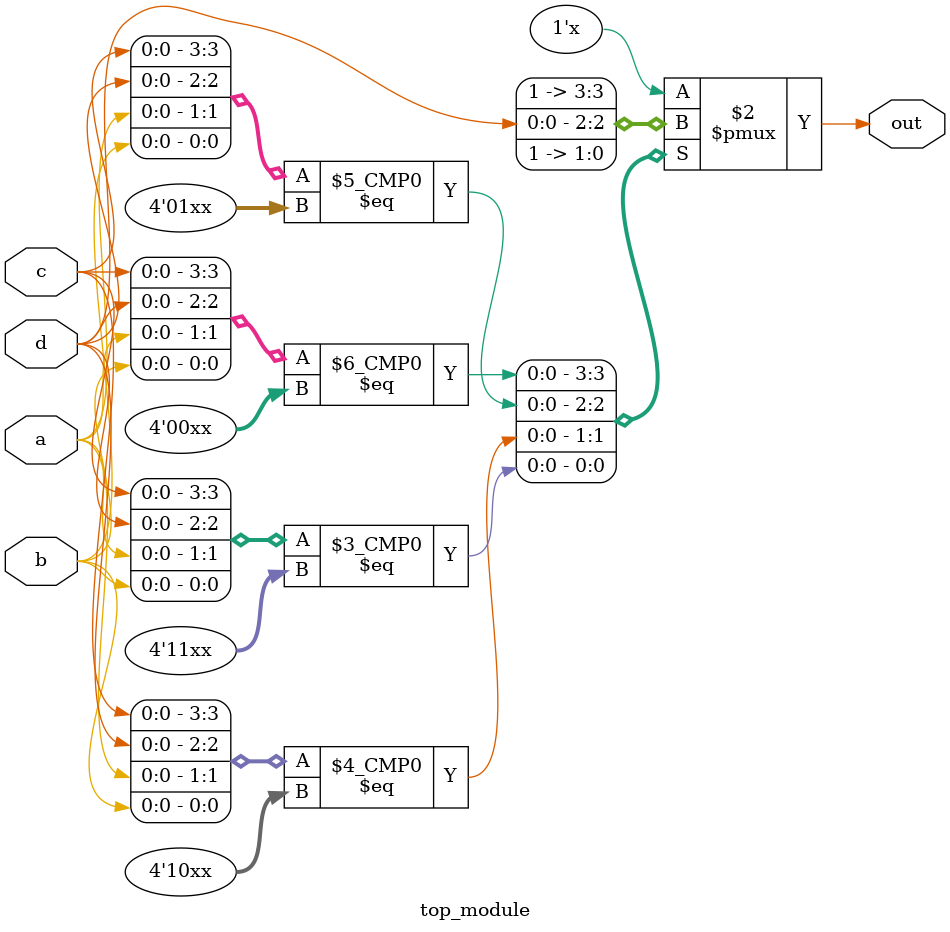
<source format=sv>
module top_module (
	input a, 
	input b,
	input c,
	input d,
	output reg out
);

	always @* begin
		case ({c, d, a, b})
			4'b00xx: out = 1;
			4'b01xx: out = d;
			4'b10xx: out = 1;
			4'b11xx: out = 1;
			default: out = 0;
		endcase
	end
endmodule

</source>
